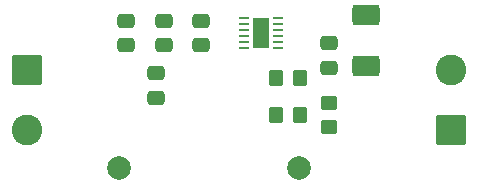
<source format=gbr>
%TF.GenerationSoftware,KiCad,Pcbnew,9.0.4*%
%TF.CreationDate,2025-09-10T23:34:52+05:30*%
%TF.ProjectId,LMR51450,4c4d5235-3134-4353-902e-6b696361645f,rev?*%
%TF.SameCoordinates,Original*%
%TF.FileFunction,Soldermask,Top*%
%TF.FilePolarity,Negative*%
%FSLAX46Y46*%
G04 Gerber Fmt 4.6, Leading zero omitted, Abs format (unit mm)*
G04 Created by KiCad (PCBNEW 9.0.4) date 2025-09-10 23:34:52*
%MOMM*%
%LPD*%
G01*
G04 APERTURE LIST*
G04 Aperture macros list*
%AMRoundRect*
0 Rectangle with rounded corners*
0 $1 Rounding radius*
0 $2 $3 $4 $5 $6 $7 $8 $9 X,Y pos of 4 corners*
0 Add a 4 corners polygon primitive as box body*
4,1,4,$2,$3,$4,$5,$6,$7,$8,$9,$2,$3,0*
0 Add four circle primitives for the rounded corners*
1,1,$1+$1,$2,$3*
1,1,$1+$1,$4,$5*
1,1,$1+$1,$6,$7*
1,1,$1+$1,$8,$9*
0 Add four rect primitives between the rounded corners*
20,1,$1+$1,$2,$3,$4,$5,0*
20,1,$1+$1,$4,$5,$6,$7,0*
20,1,$1+$1,$6,$7,$8,$9,0*
20,1,$1+$1,$8,$9,$2,$3,0*%
G04 Aperture macros list end*
%ADD10RoundRect,0.250000X-0.475000X0.337500X-0.475000X-0.337500X0.475000X-0.337500X0.475000X0.337500X0*%
%ADD11RoundRect,0.250000X0.475000X-0.337500X0.475000X0.337500X-0.475000X0.337500X-0.475000X-0.337500X0*%
%ADD12RoundRect,0.250000X-1.050000X1.050000X-1.050000X-1.050000X1.050000X-1.050000X1.050000X1.050000X0*%
%ADD13C,2.600000*%
%ADD14RoundRect,0.250000X-0.450000X0.350000X-0.450000X-0.350000X0.450000X-0.350000X0.450000X0.350000X0*%
%ADD15RoundRect,0.250000X0.350000X0.450000X-0.350000X0.450000X-0.350000X-0.450000X0.350000X-0.450000X0*%
%ADD16R,0.812800X0.254000*%
%ADD17R,1.397000X2.590800*%
%ADD18RoundRect,0.250000X-0.350000X-0.450000X0.350000X-0.450000X0.350000X0.450000X-0.350000X0.450000X0*%
%ADD19RoundRect,0.250000X1.050000X-1.050000X1.050000X1.050000X-1.050000X1.050000X-1.050000X-1.050000X0*%
%ADD20C,2.000000*%
%ADD21RoundRect,0.250001X-0.899999X0.612499X-0.899999X-0.612499X0.899999X-0.612499X0.899999X0.612499X0*%
G04 APERTURE END LIST*
D10*
%TO.C,Cff1*%
X184150000Y-75162500D03*
X184150000Y-77237500D03*
%TD*%
D11*
%TO.C,Cboot1*%
X169545000Y-79777500D03*
X169545000Y-77702500D03*
%TD*%
%TO.C,C2*%
X170180000Y-75332500D03*
X170180000Y-73257500D03*
%TD*%
D12*
%TO.C,J1*%
X158577500Y-77465000D03*
D13*
X158577500Y-82545000D03*
%TD*%
D14*
%TO.C,Rff1*%
X184150000Y-80280000D03*
X184150000Y-82280000D03*
%TD*%
D15*
%TO.C,RFDB1*%
X181705000Y-78105000D03*
X179705000Y-78105000D03*
%TD*%
D16*
%TO.C,U1*%
X176987200Y-73044685D03*
X176987200Y-73544811D03*
X176987200Y-74044937D03*
X176987200Y-74545063D03*
X176987200Y-75045189D03*
X176987200Y-75545315D03*
X179882800Y-75545315D03*
X179882800Y-75045189D03*
X179882800Y-74545063D03*
X179882800Y-74044937D03*
X179882800Y-73544811D03*
X179882800Y-73044685D03*
D17*
X178435000Y-74295000D03*
%TD*%
D18*
%TO.C,RFBT1*%
X179705000Y-81280000D03*
X181705000Y-81280000D03*
%TD*%
D19*
%TO.C,J2*%
X194482500Y-82555000D03*
D13*
X194482500Y-77475000D03*
%TD*%
D11*
%TO.C,C1*%
X167005000Y-75332500D03*
X167005000Y-73257500D03*
%TD*%
D20*
%TO.C,Lout1*%
X166365000Y-85725000D03*
X181605000Y-85725000D03*
%TD*%
D21*
%TO.C,Cout1*%
X187325000Y-72767500D03*
X187325000Y-77092500D03*
%TD*%
D11*
%TO.C,C3*%
X173355000Y-75332500D03*
X173355000Y-73257500D03*
%TD*%
M02*

</source>
